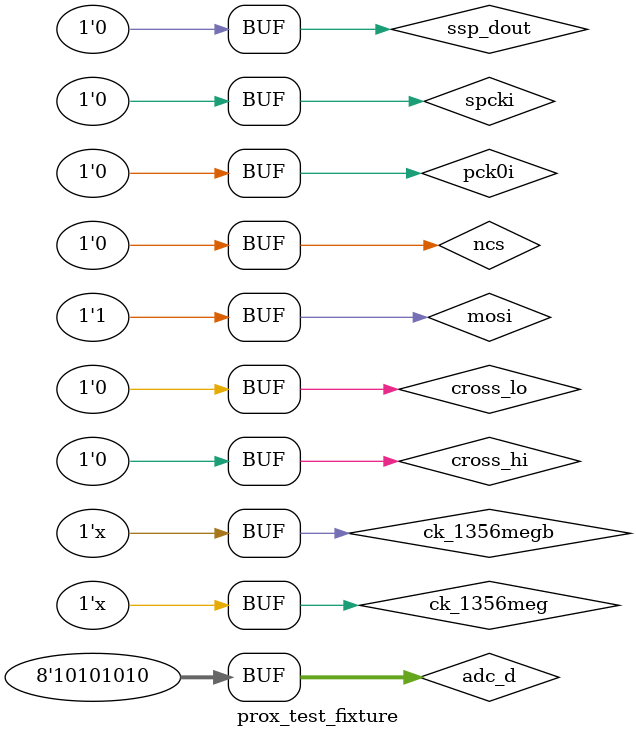
<source format=v>
`timescale 1ms / 1us


module prox_test_fixture;

	// Inputs
	reg spcki;
	reg mosi;
	reg ncs;
	reg pck0i;
	reg ck_1356meg;
	reg ck_1356megb;
	reg [7:0] adc_d;
	reg ssp_dout;
	reg cross_hi;
	reg cross_lo;

	// Outputs
	wire miso;
	wire pwr_lo;
	wire pwr_hi;
	wire pwr_oe1;
	wire pwr_oe2;
	wire pwr_oe3;
	wire pwr_oe4;
	wire adc_clk;
	wire adc_noe;
	wire ssp_frame;
	wire ssp_din;
	wire ssp_clk;
	wire dbg;

	// Instantiate the Unit Under Test (UUT)
	fpga uut (
		.spcki(spcki), 
		.miso(miso), 
		.mosi(mosi), 
		.ncs(ncs), 
		.pck0i(pck0i), 
		.ck_1356meg(ck_1356meg), 
		.ck_1356megb(ck_1356megb), 
		.pwr_lo(pwr_lo), 
		.pwr_hi(pwr_hi), 
		.pwr_oe1(pwr_oe1), 
		.pwr_oe2(pwr_oe2), 
		.pwr_oe3(pwr_oe3), 
		.pwr_oe4(pwr_oe4), 
		.adc_d(adc_d), 
		.adc_clk(adc_clk), 
		.adc_noe(adc_noe), 
		.ssp_frame(ssp_frame), 
		.ssp_din(ssp_din), 
		.ssp_dout(ssp_dout), 
		.ssp_clk(ssp_clk), 
		.cross_hi(cross_hi), 
		.cross_lo(cross_lo), 
		.dbg(dbg)
	);

	initial begin
		// Initialize Inputs
		spcki = 0;
		mosi = 0;
		ncs = 1;
		pck0i = 0;
		ck_1356meg = 0;
		ck_1356megb = 0;
		adc_d = 8'b10101010;
		ssp_dout = 0;
		cross_hi = 0;
		cross_lo = 0;
		
		// Wait 100 ns for global reset to finish
		#100;
    
		// Load Major Mode
		begin
			#10 ncs = 0;			// Pull select down to start
			#10 spcki = ~spcki;	// From low to high
			#10 mosi = 0;
			#10 spcki = ~spcki;	
			#10 spcki = ~spcki;	
			#10 mosi = 0;
			#10 spcki = ~spcki;	
			#10 spcki = ~spcki;	
			#10 mosi = 0;
			#10 spcki = ~spcki;	
			#10 spcki = ~spcki;	
			#10 mosi = 1;
			#10 spcki = ~spcki;	
			#10 spcki = ~spcki;
			#10 mosi = 0;
			#10 spcki = ~spcki;	
			#10 spcki = ~spcki;	
			#10 mosi = 0;
			#10 spcki = ~spcki;	
			#10 spcki = ~spcki;	
			#10 mosi = 0;
			#10 spcki = ~spcki;	
			#10 spcki = ~spcki;	
			#10 mosi = 0;
			#10 spcki = ~spcki;	
			#10 spcki = ~spcki;	
			#10 mosi = 0;
			#10 spcki = ~spcki;	
			#10 spcki = ~spcki;
			#10 mosi = 1;
			#10 spcki = ~spcki;	
			#10 spcki = ~spcki;	
			#10 mosi = 1;
			#10 spcki = ~spcki;	
			#10 spcki = ~spcki;	
			#10 mosi = 0;
			#10 spcki = ~spcki;	
			#10 spcki = ~spcki;	
			#10 mosi = 0;
			#10 spcki = ~spcki;	
			#10 spcki = ~spcki;	
			#10 mosi = 0;
			#10 spcki = ~spcki;	
			#10 spcki = ~spcki;	
			#10 mosi = 1;
			#10 spcki = ~spcki;	
			#10 spcki = ~spcki;	
			#10 mosi = 1;
			#10 spcki = ~spcki;	
			#10 spcki = ~spcki;
			#10 spcki = ~spcki;
			#10 ncs = 1;			// Pull select down to start
			#10 ncs = 0;			// Pull select down to start
		end
		
		#60
		
		// Load Major Mode
		begin
			#10 ncs = 0;			// Pull select down to start
			#10 spcki = ~spcki;	// From low to high
			#10 mosi = 0;
			#10 spcki = ~spcki;	
			#10 spcki = ~spcki;	
			#10 mosi = 0;
			#10 spcki = ~spcki;	
			#10 spcki = ~spcki;	
			#10 mosi = 0;
			#10 spcki = ~spcki;	
			#10 spcki = ~spcki;	
			#10 mosi = 1;
			#10 spcki = ~spcki;	
			#10 spcki = ~spcki;
			#10 mosi = 0;
			#10 spcki = ~spcki;	
			#10 spcki = ~spcki;	
			#10 mosi = 0;
			#10 spcki = ~spcki;	
			#10 spcki = ~spcki;	
			#10 mosi = 0;
			#10 spcki = ~spcki;	
			#10 spcki = ~spcki;	
			#10 mosi = 0;
			#10 spcki = ~spcki;	
			#10 spcki = ~spcki;	
			#10 mosi = 0;
			#10 spcki = ~spcki;	
			#10 spcki = ~spcki;
			#10 mosi = 1;
			#10 spcki = ~spcki;	
			#10 spcki = ~spcki;	
			#10 mosi = 1;
			#10 spcki = ~spcki;	
			#10 spcki = ~spcki;	
			#10 mosi = 0;
			#10 spcki = ~spcki;	
			#10 spcki = ~spcki;	
			#10 mosi = 0;
			#10 spcki = ~spcki;	
			#10 spcki = ~spcki;	
			#10 mosi = 0;
			#10 spcki = ~spcki;	
			#10 spcki = ~spcki;	
			#10 mosi = 1;
			#10 spcki = ~spcki;	
			#10 spcki = ~spcki;	
			#10 mosi = 1;
			#10 spcki = ~spcki;	
			#10 spcki = ~spcki;
			#10 spcki = ~spcki;
			#10 ncs = 1;			// Pull select down to start
			#10 ncs = 0;			// Pull select down to start
		end
		
		// Simulate clock at 20ns period (not 13.56mhz)
		end
	
   always
	begin
		#1 ck_1356meg = ~ck_1356meg; ck_1356megb = ck_1356meg; //pck0i = ck_1356meg;
   end
endmodule

</source>
